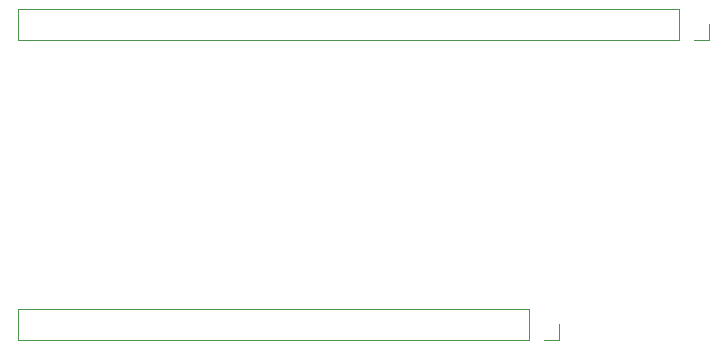
<source format=gbr>
%TF.GenerationSoftware,KiCad,Pcbnew,(5.1.10-1-10_14)*%
%TF.CreationDate,2021-10-18T21:54:19-04:00*%
%TF.ProjectId,RAM-MODULE,52414d2d-4d4f-4445-954c-452e6b696361,rev?*%
%TF.SameCoordinates,Original*%
%TF.FileFunction,Legend,Bot*%
%TF.FilePolarity,Positive*%
%FSLAX46Y46*%
G04 Gerber Fmt 4.6, Leading zero omitted, Abs format (unit mm)*
G04 Created by KiCad (PCBNEW (5.1.10-1-10_14)) date 2021-10-18 21:54:19*
%MOMM*%
%LPD*%
G01*
G04 APERTURE LIST*
%ADD10C,0.120000*%
G04 APERTURE END LIST*
D10*
%TO.C,J2*%
X208474000Y-87690000D02*
X208474000Y-85030000D01*
X264414000Y-87690000D02*
X208474000Y-87690000D01*
X264414000Y-85030000D02*
X208474000Y-85030000D01*
X264414000Y-87690000D02*
X264414000Y-85030000D01*
X265684000Y-87690000D02*
X267014000Y-87690000D01*
X267014000Y-87690000D02*
X267014000Y-86360000D01*
%TO.C,J1*%
X208474000Y-113090000D02*
X208474000Y-110430000D01*
X251714000Y-113090000D02*
X208474000Y-113090000D01*
X251714000Y-110430000D02*
X208474000Y-110430000D01*
X251714000Y-113090000D02*
X251714000Y-110430000D01*
X252984000Y-113090000D02*
X254314000Y-113090000D01*
X254314000Y-113090000D02*
X254314000Y-111760000D01*
%TD*%
M02*

</source>
